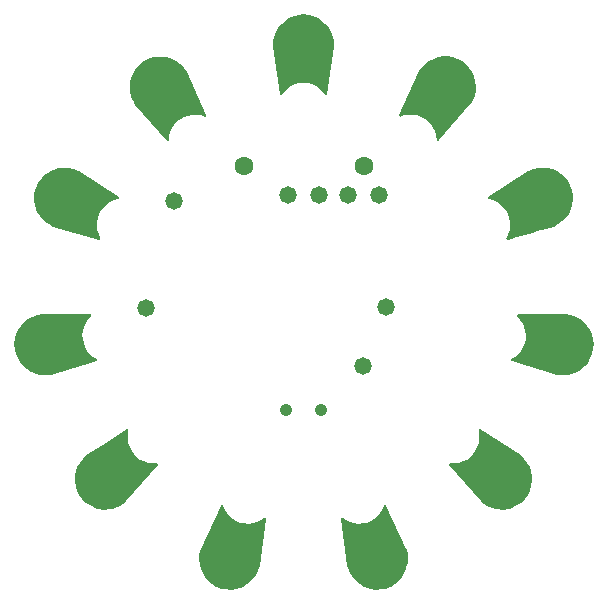
<source format=gbr>
G04 EAGLE Gerber RS-274X export*
G75*
%MOMM*%
%FSLAX34Y34*%
%LPD*%
%INSoldermask Bottom*%
%IPPOS*%
%AMOC8*
5,1,8,0,0,1.08239X$1,22.5*%
G01*
%ADD10C,4.267200*%
%ADD11C,1.603200*%
%ADD12C,1.053200*%
%ADD13C,1.473200*%

G36*
X-18877Y180002D02*
X-18877Y180002D01*
X-18735Y180020D01*
X-18734Y180021D01*
X-18732Y180021D01*
X-18607Y180075D01*
X-18474Y180132D01*
X-18472Y180133D01*
X-18471Y180134D01*
X-18458Y180145D01*
X-18254Y180312D01*
X-18236Y180337D01*
X-18217Y180354D01*
X-15908Y183150D01*
X-13244Y185489D01*
X-10242Y187373D01*
X-6977Y188755D01*
X-3534Y189598D01*
X0Y189882D01*
X3534Y189598D01*
X6977Y188755D01*
X10242Y187373D01*
X13244Y185489D01*
X15908Y183150D01*
X18217Y180354D01*
X18219Y180352D01*
X18220Y180351D01*
X18324Y180256D01*
X18427Y180162D01*
X18429Y180161D01*
X18430Y180160D01*
X18560Y180096D01*
X18682Y180036D01*
X18684Y180036D01*
X18685Y180035D01*
X18826Y180010D01*
X18962Y179985D01*
X18964Y179986D01*
X18965Y179985D01*
X19102Y180000D01*
X19244Y180015D01*
X19246Y180015D01*
X19248Y180016D01*
X19376Y180068D01*
X19508Y180121D01*
X19510Y180122D01*
X19511Y180123D01*
X19619Y180208D01*
X19732Y180296D01*
X19733Y180298D01*
X19734Y180299D01*
X19815Y180412D01*
X19898Y180527D01*
X19899Y180529D01*
X19900Y180530D01*
X19906Y180547D01*
X19994Y180794D01*
X19996Y180825D01*
X20004Y180849D01*
X26004Y220849D01*
X26005Y220982D01*
X26013Y221060D01*
X25777Y225055D01*
X25759Y225147D01*
X25756Y225213D01*
X24898Y229122D01*
X24865Y229210D01*
X24851Y229274D01*
X23392Y233001D01*
X23347Y233082D01*
X23323Y233144D01*
X21299Y236597D01*
X21241Y236670D01*
X21208Y236728D01*
X18669Y239821D01*
X18600Y239885D01*
X18559Y239936D01*
X15567Y242594D01*
X15489Y242646D01*
X15440Y242691D01*
X12069Y244848D01*
X11984Y244887D01*
X11929Y244923D01*
X8262Y246527D01*
X8172Y246552D01*
X8112Y246579D01*
X4239Y247590D01*
X4146Y247601D01*
X4082Y247618D01*
X100Y248010D01*
X9Y248007D01*
X-43Y248007D01*
X-100Y248010D01*
X-4082Y247618D01*
X-4173Y247596D01*
X-4239Y247590D01*
X-8112Y246580D01*
X-8198Y246544D01*
X-8262Y246527D01*
X-11929Y244924D01*
X-12009Y244874D01*
X-12069Y244848D01*
X-15440Y242691D01*
X-15511Y242630D01*
X-15567Y242595D01*
X-18559Y239936D01*
X-18619Y239865D01*
X-18669Y239821D01*
X-21208Y236728D01*
X-21257Y236648D01*
X-21299Y236597D01*
X-23323Y233144D01*
X-23359Y233058D01*
X-23393Y233001D01*
X-24852Y229274D01*
X-24873Y229183D01*
X-24898Y229122D01*
X-25756Y225213D01*
X-25763Y225120D01*
X-25778Y225055D01*
X-26014Y221060D01*
X-26003Y220928D01*
X-26004Y220849D01*
X-20004Y180849D01*
X-20003Y180848D01*
X-20003Y180846D01*
X-19964Y180715D01*
X-19923Y180577D01*
X-19922Y180575D01*
X-19921Y180573D01*
X-19845Y180456D01*
X-19769Y180338D01*
X-19768Y180336D01*
X-19767Y180335D01*
X-19660Y180242D01*
X-19556Y180150D01*
X-19554Y180149D01*
X-19552Y180148D01*
X-19424Y180089D01*
X-19298Y180030D01*
X-19296Y180029D01*
X-19295Y180028D01*
X-19155Y180007D01*
X-19017Y179985D01*
X-19016Y179985D01*
X-19014Y179985D01*
X-18877Y180002D01*
G37*
G36*
X-61523Y-238957D02*
X-61523Y-238957D01*
X-61457Y-238959D01*
X-57488Y-238449D01*
X-57398Y-238424D01*
X-57332Y-238417D01*
X-53491Y-237292D01*
X-53406Y-237253D01*
X-53342Y-237235D01*
X-49725Y-235523D01*
X-49647Y-235472D01*
X-49586Y-235444D01*
X-46281Y-233187D01*
X-46212Y-233124D01*
X-46157Y-233088D01*
X-43245Y-230342D01*
X-43187Y-230269D01*
X-43138Y-230224D01*
X-40692Y-227056D01*
X-40646Y-226975D01*
X-40605Y-226923D01*
X-38685Y-223412D01*
X-38652Y-223324D01*
X-38619Y-223266D01*
X-37272Y-219498D01*
X-37245Y-219368D01*
X-37222Y-219293D01*
X-31754Y-179217D01*
X-31754Y-179215D01*
X-31753Y-179213D01*
X-31754Y-179074D01*
X-31755Y-178933D01*
X-31756Y-178931D01*
X-31756Y-178929D01*
X-31796Y-178794D01*
X-31835Y-178660D01*
X-31836Y-178658D01*
X-31837Y-178656D01*
X-31914Y-178536D01*
X-31988Y-178420D01*
X-31989Y-178419D01*
X-31990Y-178417D01*
X-32098Y-178323D01*
X-32201Y-178232D01*
X-32203Y-178231D01*
X-32204Y-178230D01*
X-32332Y-178170D01*
X-32458Y-178110D01*
X-32460Y-178110D01*
X-32462Y-178109D01*
X-32598Y-178088D01*
X-32739Y-178065D01*
X-32741Y-178065D01*
X-32742Y-178065D01*
X-32884Y-178082D01*
X-33021Y-178099D01*
X-33023Y-178099D01*
X-33025Y-178100D01*
X-33042Y-178107D01*
X-33283Y-178209D01*
X-33307Y-178229D01*
X-33330Y-178240D01*
X-36331Y-180276D01*
X-39544Y-181773D01*
X-42955Y-182739D01*
X-46476Y-183148D01*
X-50018Y-182991D01*
X-53489Y-182272D01*
X-56801Y-181008D01*
X-59869Y-179232D01*
X-62615Y-176990D01*
X-64968Y-174338D01*
X-66868Y-171346D01*
X-68299Y-168014D01*
X-68300Y-168012D01*
X-68301Y-168010D01*
X-68375Y-167890D01*
X-68447Y-167771D01*
X-68449Y-167769D01*
X-68450Y-167768D01*
X-68553Y-167673D01*
X-68656Y-167578D01*
X-68658Y-167577D01*
X-68659Y-167576D01*
X-68784Y-167514D01*
X-68911Y-167451D01*
X-68913Y-167451D01*
X-68914Y-167450D01*
X-69054Y-167425D01*
X-69190Y-167400D01*
X-69192Y-167400D01*
X-69194Y-167400D01*
X-69336Y-167414D01*
X-69473Y-167428D01*
X-69475Y-167429D01*
X-69477Y-167429D01*
X-69610Y-167483D01*
X-69737Y-167534D01*
X-69739Y-167535D01*
X-69741Y-167535D01*
X-69853Y-167623D01*
X-69962Y-167708D01*
X-69963Y-167710D01*
X-69964Y-167711D01*
X-69975Y-167726D01*
X-70129Y-167938D01*
X-70139Y-167967D01*
X-70154Y-167988D01*
X-87139Y-204696D01*
X-87178Y-204823D01*
X-87207Y-204896D01*
X-88102Y-208796D01*
X-88110Y-208890D01*
X-88125Y-208954D01*
X-88399Y-212947D01*
X-88392Y-213040D01*
X-88397Y-213106D01*
X-88043Y-217092D01*
X-88022Y-217183D01*
X-88017Y-217249D01*
X-87043Y-221131D01*
X-87008Y-221218D01*
X-86992Y-221282D01*
X-85424Y-224964D01*
X-85375Y-225044D01*
X-85350Y-225105D01*
X-83225Y-228497D01*
X-83164Y-228568D01*
X-83130Y-228624D01*
X-80500Y-231641D01*
X-80429Y-231703D01*
X-80386Y-231753D01*
X-77317Y-234321D01*
X-77238Y-234371D01*
X-77187Y-234414D01*
X-73754Y-236471D01*
X-73668Y-236507D01*
X-73612Y-236541D01*
X-69899Y-238036D01*
X-69780Y-238065D01*
X-69708Y-238092D01*
X-65775Y-238833D01*
X-65682Y-238837D01*
X-65617Y-238850D01*
X-61616Y-238967D01*
X-61523Y-238957D01*
G37*
G36*
X65617Y-238850D02*
X65617Y-238850D01*
X65709Y-238834D01*
X65775Y-238833D01*
X69708Y-238092D01*
X69824Y-238052D01*
X69899Y-238036D01*
X73612Y-236542D01*
X73693Y-236495D01*
X73754Y-236471D01*
X77188Y-234414D01*
X77260Y-234355D01*
X77317Y-234322D01*
X80387Y-231753D01*
X80449Y-231684D01*
X80500Y-231642D01*
X83130Y-228625D01*
X83181Y-228546D01*
X83225Y-228497D01*
X85350Y-225106D01*
X85388Y-225020D01*
X85424Y-224964D01*
X86993Y-221282D01*
X87017Y-221192D01*
X87044Y-221131D01*
X88017Y-217249D01*
X88027Y-217157D01*
X88044Y-217092D01*
X88398Y-213106D01*
X88393Y-213013D01*
X88399Y-212947D01*
X88126Y-208954D01*
X88106Y-208862D01*
X88102Y-208796D01*
X87207Y-204896D01*
X87160Y-204772D01*
X87139Y-204696D01*
X70154Y-167988D01*
X70153Y-167986D01*
X70152Y-167985D01*
X70077Y-167869D01*
X69999Y-167749D01*
X69998Y-167748D01*
X69997Y-167746D01*
X69891Y-167655D01*
X69785Y-167563D01*
X69783Y-167562D01*
X69782Y-167561D01*
X69653Y-167501D01*
X69527Y-167443D01*
X69525Y-167443D01*
X69523Y-167442D01*
X69385Y-167421D01*
X69246Y-167399D01*
X69244Y-167399D01*
X69242Y-167399D01*
X69102Y-167417D01*
X68964Y-167435D01*
X68962Y-167436D01*
X68960Y-167436D01*
X68829Y-167493D01*
X68703Y-167548D01*
X68702Y-167549D01*
X68700Y-167550D01*
X68591Y-167640D01*
X68484Y-167729D01*
X68483Y-167730D01*
X68481Y-167731D01*
X68471Y-167747D01*
X68323Y-167963D01*
X68313Y-167992D01*
X68299Y-168014D01*
X66868Y-171346D01*
X64968Y-174338D01*
X62615Y-176990D01*
X59869Y-179232D01*
X56801Y-181008D01*
X53489Y-182272D01*
X50018Y-182991D01*
X46476Y-183148D01*
X42955Y-182739D01*
X39544Y-181773D01*
X36331Y-180276D01*
X33330Y-178240D01*
X33328Y-178239D01*
X33327Y-178237D01*
X33200Y-178176D01*
X33074Y-178114D01*
X33073Y-178114D01*
X33071Y-178113D01*
X32932Y-178089D01*
X32794Y-178065D01*
X32793Y-178065D01*
X32791Y-178065D01*
X32654Y-178080D01*
X32512Y-178095D01*
X32510Y-178096D01*
X32508Y-178096D01*
X32381Y-178148D01*
X32249Y-178202D01*
X32247Y-178204D01*
X32245Y-178204D01*
X32137Y-178290D01*
X32025Y-178379D01*
X32024Y-178380D01*
X32023Y-178381D01*
X31942Y-178496D01*
X31860Y-178610D01*
X31859Y-178611D01*
X31858Y-178613D01*
X31812Y-178745D01*
X31765Y-178878D01*
X31765Y-178880D01*
X31764Y-178881D01*
X31763Y-178899D01*
X31748Y-179161D01*
X31755Y-179192D01*
X31754Y-179217D01*
X37222Y-219293D01*
X37258Y-219421D01*
X37272Y-219498D01*
X38619Y-223266D01*
X38663Y-223349D01*
X38685Y-223411D01*
X40605Y-226923D01*
X40661Y-226997D01*
X40692Y-227056D01*
X43139Y-230223D01*
X43206Y-230289D01*
X43246Y-230341D01*
X46157Y-233087D01*
X46234Y-233141D01*
X46281Y-233187D01*
X49587Y-235444D01*
X49671Y-235485D01*
X49725Y-235523D01*
X53342Y-237235D01*
X53432Y-237262D01*
X53491Y-237291D01*
X57332Y-238416D01*
X57424Y-238430D01*
X57488Y-238449D01*
X61457Y-238959D01*
X61551Y-238958D01*
X61616Y-238967D01*
X65617Y-238850D01*
G37*
G36*
X-165025Y-171047D02*
X-165025Y-171047D01*
X-164933Y-171031D01*
X-164867Y-171030D01*
X-160932Y-170299D01*
X-160843Y-170270D01*
X-160778Y-170258D01*
X-157006Y-168921D01*
X-156923Y-168877D01*
X-156861Y-168856D01*
X-153344Y-166945D01*
X-153269Y-166889D01*
X-153211Y-166858D01*
X-150037Y-164421D01*
X-149944Y-164326D01*
X-149884Y-164276D01*
X-123578Y-133551D01*
X-123577Y-133549D01*
X-123576Y-133548D01*
X-123503Y-133433D01*
X-123425Y-133311D01*
X-123425Y-133309D01*
X-123424Y-133308D01*
X-123383Y-133169D01*
X-123345Y-133038D01*
X-123345Y-133037D01*
X-123344Y-133035D01*
X-123344Y-132890D01*
X-123343Y-132754D01*
X-123344Y-132752D01*
X-123344Y-132750D01*
X-123383Y-132614D01*
X-123420Y-132481D01*
X-123421Y-132479D01*
X-123422Y-132477D01*
X-123494Y-132362D01*
X-123571Y-132239D01*
X-123572Y-132238D01*
X-123573Y-132236D01*
X-123678Y-132142D01*
X-123782Y-132049D01*
X-123783Y-132048D01*
X-123785Y-132047D01*
X-123911Y-131986D01*
X-124037Y-131924D01*
X-124039Y-131924D01*
X-124041Y-131923D01*
X-124058Y-131921D01*
X-124317Y-131876D01*
X-124348Y-131879D01*
X-124373Y-131876D01*
X-127999Y-131961D01*
X-131511Y-131479D01*
X-134901Y-130443D01*
X-138083Y-128880D01*
X-140975Y-126830D01*
X-143502Y-124345D01*
X-145602Y-121488D01*
X-147219Y-118333D01*
X-148312Y-114961D01*
X-148854Y-111458D01*
X-148830Y-107913D01*
X-148566Y-106346D01*
X-148566Y-106345D01*
X-148396Y-105330D01*
X-148395Y-105330D01*
X-148228Y-104337D01*
X-148228Y-104335D01*
X-148228Y-104333D01*
X-148225Y-104197D01*
X-148221Y-104052D01*
X-148221Y-104051D01*
X-148221Y-104049D01*
X-148257Y-103915D01*
X-148292Y-103777D01*
X-148293Y-103776D01*
X-148294Y-103774D01*
X-148366Y-103654D01*
X-148437Y-103533D01*
X-148439Y-103532D01*
X-148440Y-103530D01*
X-148543Y-103434D01*
X-148645Y-103338D01*
X-148646Y-103337D01*
X-148648Y-103336D01*
X-148776Y-103271D01*
X-148898Y-103209D01*
X-148899Y-103208D01*
X-148901Y-103207D01*
X-149039Y-103181D01*
X-149177Y-103154D01*
X-149179Y-103154D01*
X-149180Y-103154D01*
X-149320Y-103167D01*
X-149460Y-103179D01*
X-149462Y-103180D01*
X-149464Y-103180D01*
X-149480Y-103187D01*
X-149725Y-103282D01*
X-149750Y-103301D01*
X-149773Y-103311D01*
X-154542Y-106334D01*
X-167356Y-114456D01*
X-183935Y-124965D01*
X-184037Y-125051D01*
X-184101Y-125096D01*
X-186966Y-127890D01*
X-187023Y-127964D01*
X-187071Y-128010D01*
X-189464Y-131218D01*
X-189509Y-131300D01*
X-189549Y-131352D01*
X-191410Y-134895D01*
X-191442Y-134983D01*
X-191473Y-135042D01*
X-192758Y-138832D01*
X-192775Y-138924D01*
X-192797Y-138986D01*
X-192887Y-139513D01*
X-193061Y-140528D01*
X-193061Y-140529D01*
X-193235Y-141544D01*
X-193409Y-142559D01*
X-193473Y-142931D01*
X-193476Y-143024D01*
X-193487Y-143090D01*
X-193538Y-147091D01*
X-193526Y-147184D01*
X-193527Y-147250D01*
X-192951Y-151211D01*
X-192925Y-151301D01*
X-192916Y-151366D01*
X-191728Y-155188D01*
X-191695Y-155257D01*
X-191683Y-155301D01*
X-191675Y-155316D01*
X-191669Y-155336D01*
X-189897Y-158924D01*
X-189844Y-159001D01*
X-189816Y-159061D01*
X-187504Y-162329D01*
X-187420Y-162418D01*
X-187374Y-162479D01*
X-184470Y-165233D01*
X-184394Y-165287D01*
X-184346Y-165333D01*
X-181047Y-167598D01*
X-180963Y-167640D01*
X-180909Y-167678D01*
X-177296Y-169399D01*
X-177207Y-169427D01*
X-177147Y-169456D01*
X-173309Y-170591D01*
X-173217Y-170605D01*
X-173153Y-170624D01*
X-169185Y-171145D01*
X-169092Y-171144D01*
X-169026Y-171153D01*
X-165025Y-171047D01*
G37*
G36*
X-172816Y57067D02*
X-172816Y57067D01*
X-172814Y57067D01*
X-172675Y57087D01*
X-172537Y57107D01*
X-172535Y57108D01*
X-172533Y57108D01*
X-172404Y57167D01*
X-172278Y57224D01*
X-172276Y57225D01*
X-172275Y57226D01*
X-172168Y57317D01*
X-172061Y57408D01*
X-172060Y57410D01*
X-172059Y57411D01*
X-171983Y57525D01*
X-171904Y57645D01*
X-171904Y57647D01*
X-171902Y57648D01*
X-171861Y57781D01*
X-171819Y57916D01*
X-171819Y57918D01*
X-171818Y57920D01*
X-171816Y58059D01*
X-171812Y58200D01*
X-171813Y58202D01*
X-171813Y58204D01*
X-171818Y58221D01*
X-171885Y58475D01*
X-171901Y58502D01*
X-171908Y58526D01*
X-173495Y61787D01*
X-174519Y65181D01*
X-174988Y68695D01*
X-174891Y72238D01*
X-174231Y75721D01*
X-173023Y79054D01*
X-171300Y82152D01*
X-169105Y84936D01*
X-166494Y87334D01*
X-163534Y89285D01*
X-160301Y90739D01*
X-156799Y91680D01*
X-156797Y91681D01*
X-156795Y91681D01*
X-156666Y91736D01*
X-156537Y91791D01*
X-156536Y91793D01*
X-156534Y91793D01*
X-156427Y91881D01*
X-156317Y91971D01*
X-156316Y91973D01*
X-156314Y91974D01*
X-156234Y92090D01*
X-156155Y92205D01*
X-156154Y92206D01*
X-156153Y92208D01*
X-156109Y92340D01*
X-156064Y92474D01*
X-156064Y92476D01*
X-156064Y92478D01*
X-156058Y92617D01*
X-156052Y92758D01*
X-156052Y92760D01*
X-156052Y92762D01*
X-156085Y92896D01*
X-156118Y93034D01*
X-156119Y93036D01*
X-156120Y93038D01*
X-156189Y93159D01*
X-156259Y93281D01*
X-156261Y93283D01*
X-156262Y93284D01*
X-156275Y93297D01*
X-156463Y93480D01*
X-156490Y93494D01*
X-156509Y93511D01*
X-190419Y115559D01*
X-190539Y115615D01*
X-190607Y115655D01*
X-194340Y117097D01*
X-194431Y117118D01*
X-194493Y117142D01*
X-198406Y117983D01*
X-198499Y117989D01*
X-198563Y118004D01*
X-202560Y118222D01*
X-202653Y118214D01*
X-202719Y118218D01*
X-206700Y117808D01*
X-206791Y117786D01*
X-206857Y117779D01*
X-210725Y116752D01*
X-210811Y116715D01*
X-210875Y116699D01*
X-214534Y115079D01*
X-214614Y115030D01*
X-214675Y115003D01*
X-218036Y112831D01*
X-218106Y112770D01*
X-218162Y112734D01*
X-221142Y110063D01*
X-221203Y109991D01*
X-221252Y109948D01*
X-223778Y106843D01*
X-223826Y106763D01*
X-223868Y106712D01*
X-225877Y103250D01*
X-225890Y103217D01*
X-225907Y103192D01*
X-225927Y103129D01*
X-225959Y103069D01*
X-227254Y99282D01*
X-227272Y99190D01*
X-227294Y99128D01*
X-227980Y95185D01*
X-227983Y95092D01*
X-227995Y95027D01*
X-228056Y91025D01*
X-228044Y90932D01*
X-228046Y90866D01*
X-227481Y86904D01*
X-227455Y86814D01*
X-227446Y86748D01*
X-226267Y82924D01*
X-226228Y82839D01*
X-226209Y82776D01*
X-224447Y79182D01*
X-224394Y79105D01*
X-224365Y79045D01*
X-222063Y75772D01*
X-222041Y75748D01*
X-222024Y75720D01*
X-221985Y75684D01*
X-221961Y75649D01*
X-219175Y72776D01*
X-219101Y72719D01*
X-219055Y72671D01*
X-215854Y70269D01*
X-215772Y70224D01*
X-215720Y70184D01*
X-212182Y68312D01*
X-212057Y68267D01*
X-211986Y68234D01*
X-173100Y57106D01*
X-173098Y57105D01*
X-173096Y57105D01*
X-172957Y57086D01*
X-172818Y57067D01*
X-172816Y57067D01*
G37*
G36*
X-218182Y-57418D02*
X-218182Y-57418D01*
X-218116Y-57423D01*
X-214128Y-57087D01*
X-213999Y-57057D01*
X-213921Y-57047D01*
X-175186Y-45403D01*
X-175184Y-45403D01*
X-175182Y-45402D01*
X-175057Y-45344D01*
X-174928Y-45284D01*
X-174926Y-45283D01*
X-174925Y-45282D01*
X-174819Y-45190D01*
X-174713Y-45098D01*
X-174712Y-45097D01*
X-174710Y-45095D01*
X-174633Y-44976D01*
X-174558Y-44860D01*
X-174557Y-44858D01*
X-174556Y-44856D01*
X-174515Y-44719D01*
X-174475Y-44588D01*
X-174475Y-44586D01*
X-174474Y-44584D01*
X-174473Y-44444D01*
X-174471Y-44304D01*
X-174471Y-44302D01*
X-174471Y-44300D01*
X-174507Y-44173D01*
X-174546Y-44029D01*
X-174547Y-44028D01*
X-174547Y-44026D01*
X-174618Y-43910D01*
X-174694Y-43787D01*
X-174695Y-43785D01*
X-174696Y-43784D01*
X-174709Y-43773D01*
X-174903Y-43594D01*
X-174931Y-43581D01*
X-174950Y-43564D01*
X-178047Y-41678D01*
X-180742Y-39375D01*
X-183036Y-36671D01*
X-184868Y-33637D01*
X-186194Y-30349D01*
X-186979Y-26892D01*
X-187202Y-23354D01*
X-186859Y-19826D01*
X-185957Y-16397D01*
X-184520Y-13157D01*
X-182585Y-10186D01*
X-180147Y-7502D01*
X-180145Y-7501D01*
X-180144Y-7499D01*
X-180066Y-7383D01*
X-179987Y-7267D01*
X-179986Y-7265D01*
X-179985Y-7264D01*
X-179942Y-7131D01*
X-179898Y-6997D01*
X-179898Y-6995D01*
X-179898Y-6993D01*
X-179893Y-6853D01*
X-179888Y-6713D01*
X-179889Y-6711D01*
X-179889Y-6709D01*
X-179923Y-6574D01*
X-179958Y-6437D01*
X-179959Y-6435D01*
X-179959Y-6434D01*
X-180028Y-6317D01*
X-180100Y-6191D01*
X-180102Y-6190D01*
X-180103Y-6188D01*
X-180201Y-6095D01*
X-180306Y-5995D01*
X-180308Y-5994D01*
X-180309Y-5993D01*
X-180434Y-5928D01*
X-180558Y-5863D01*
X-180560Y-5863D01*
X-180561Y-5862D01*
X-180579Y-5859D01*
X-180836Y-5806D01*
X-180867Y-5809D01*
X-180892Y-5804D01*
X-221339Y-5571D01*
X-221470Y-5589D01*
X-221549Y-5592D01*
X-225469Y-6395D01*
X-225557Y-6426D01*
X-225622Y-6439D01*
X-229369Y-7846D01*
X-229451Y-7891D01*
X-229513Y-7913D01*
X-232994Y-9889D01*
X-233068Y-9946D01*
X-233126Y-9978D01*
X-236254Y-12474D01*
X-236319Y-12542D01*
X-236371Y-12583D01*
X-239071Y-15537D01*
X-239123Y-15614D01*
X-239169Y-15663D01*
X-241373Y-19003D01*
X-241413Y-19087D01*
X-241450Y-19142D01*
X-243105Y-22786D01*
X-243131Y-22876D01*
X-243159Y-22936D01*
X-244224Y-26794D01*
X-244236Y-26887D01*
X-244254Y-26950D01*
X-244702Y-30927D01*
X-244699Y-31021D01*
X-244707Y-31086D01*
X-244528Y-35084D01*
X-244508Y-35186D01*
X-244509Y-35207D01*
X-244503Y-35231D01*
X-244499Y-35281D01*
X-243543Y-39168D01*
X-243508Y-39254D01*
X-243493Y-39319D01*
X-241940Y-43008D01*
X-241892Y-43088D01*
X-241867Y-43149D01*
X-239757Y-46550D01*
X-239697Y-46621D01*
X-239662Y-46678D01*
X-237046Y-49707D01*
X-236975Y-49768D01*
X-236933Y-49819D01*
X-233875Y-52400D01*
X-233796Y-52450D01*
X-233745Y-52493D01*
X-230321Y-54565D01*
X-230235Y-54602D01*
X-230179Y-54637D01*
X-226473Y-56147D01*
X-226382Y-56170D01*
X-226321Y-56196D01*
X-222424Y-57108D01*
X-222331Y-57117D01*
X-222267Y-57132D01*
X-218275Y-57424D01*
X-218182Y-57418D01*
G37*
G36*
X169119Y-171142D02*
X169119Y-171142D01*
X169185Y-171145D01*
X173153Y-170624D01*
X173243Y-170599D01*
X173309Y-170591D01*
X177147Y-169456D01*
X177232Y-169417D01*
X177296Y-169399D01*
X180909Y-167678D01*
X180986Y-167626D01*
X181047Y-167598D01*
X184346Y-165333D01*
X184415Y-165269D01*
X184470Y-165232D01*
X187374Y-162479D01*
X187451Y-162383D01*
X187504Y-162329D01*
X189816Y-159061D01*
X189858Y-158978D01*
X189897Y-158924D01*
X191669Y-155336D01*
X191698Y-155247D01*
X191728Y-155188D01*
X192916Y-151366D01*
X192931Y-151274D01*
X192952Y-151211D01*
X193528Y-147250D01*
X193528Y-147157D01*
X193538Y-147091D01*
X193488Y-143090D01*
X193473Y-142997D01*
X193473Y-142931D01*
X192797Y-138986D01*
X192769Y-138897D01*
X192758Y-138832D01*
X191474Y-135041D01*
X191431Y-134958D01*
X191411Y-134895D01*
X189549Y-131352D01*
X189494Y-131276D01*
X189464Y-131218D01*
X187071Y-128010D01*
X187005Y-127943D01*
X186966Y-127890D01*
X184101Y-125096D01*
X183994Y-125017D01*
X183935Y-124965D01*
X149773Y-103311D01*
X149771Y-103310D01*
X149770Y-103309D01*
X149645Y-103253D01*
X149514Y-103194D01*
X149512Y-103193D01*
X149510Y-103192D01*
X149373Y-103173D01*
X149232Y-103153D01*
X149231Y-103153D01*
X149229Y-103153D01*
X149091Y-103172D01*
X148951Y-103192D01*
X148949Y-103193D01*
X148947Y-103193D01*
X148819Y-103251D01*
X148691Y-103307D01*
X148690Y-103309D01*
X148688Y-103309D01*
X148578Y-103402D01*
X148474Y-103490D01*
X148472Y-103492D01*
X148471Y-103493D01*
X148391Y-103613D01*
X148315Y-103726D01*
X148315Y-103728D01*
X148314Y-103730D01*
X148270Y-103868D01*
X148229Y-103997D01*
X148229Y-103999D01*
X148228Y-104001D01*
X148228Y-104020D01*
X148220Y-104281D01*
X148228Y-104311D01*
X148228Y-104337D01*
X148830Y-107913D01*
X148854Y-111458D01*
X148312Y-114961D01*
X147219Y-118333D01*
X145602Y-121488D01*
X143502Y-124345D01*
X140975Y-126830D01*
X138083Y-128880D01*
X134901Y-130443D01*
X131511Y-131479D01*
X127999Y-131961D01*
X124373Y-131876D01*
X124371Y-131876D01*
X124369Y-131875D01*
X124231Y-131892D01*
X124091Y-131909D01*
X124089Y-131909D01*
X124087Y-131910D01*
X123959Y-131964D01*
X123829Y-132019D01*
X123827Y-132020D01*
X123826Y-132021D01*
X123714Y-132111D01*
X123608Y-132197D01*
X123606Y-132199D01*
X123605Y-132200D01*
X123523Y-132317D01*
X123444Y-132430D01*
X123444Y-132432D01*
X123443Y-132434D01*
X123398Y-132566D01*
X123352Y-132699D01*
X123352Y-132701D01*
X123351Y-132703D01*
X123345Y-132845D01*
X123338Y-132983D01*
X123339Y-132985D01*
X123339Y-132987D01*
X123371Y-133124D01*
X123403Y-133260D01*
X123404Y-133261D01*
X123405Y-133263D01*
X123414Y-133278D01*
X123543Y-133507D01*
X123565Y-133529D01*
X123578Y-133551D01*
X149884Y-164276D01*
X149983Y-164363D01*
X150037Y-164421D01*
X153211Y-166858D01*
X153277Y-166895D01*
X153290Y-166907D01*
X153310Y-166917D01*
X153344Y-166945D01*
X156861Y-168856D01*
X156948Y-168888D01*
X157006Y-168920D01*
X160778Y-170258D01*
X160870Y-170276D01*
X160932Y-170299D01*
X164867Y-171030D01*
X164960Y-171034D01*
X165025Y-171047D01*
X169026Y-171153D01*
X169119Y-171142D01*
G37*
G36*
X172784Y57170D02*
X172784Y57170D01*
X173046Y57192D01*
X173075Y57203D01*
X173100Y57206D01*
X176650Y58222D01*
X180198Y59237D01*
X183745Y60252D01*
X183746Y60252D01*
X187293Y61267D01*
X190841Y62283D01*
X194389Y63298D01*
X197937Y64313D01*
X201484Y65328D01*
X205032Y66344D01*
X208580Y67359D01*
X211986Y68334D01*
X212108Y68388D01*
X212182Y68412D01*
X215719Y70284D01*
X215795Y70339D01*
X215854Y70369D01*
X219055Y72771D01*
X219122Y72837D01*
X219175Y72876D01*
X221961Y75749D01*
X221974Y75767D01*
X221990Y75781D01*
X222027Y75836D01*
X222063Y75872D01*
X224365Y79145D01*
X224408Y79229D01*
X224446Y79282D01*
X226208Y82876D01*
X226237Y82965D01*
X226267Y83024D01*
X227445Y86849D01*
X227460Y86941D01*
X227480Y87004D01*
X228046Y90966D01*
X228046Y91059D01*
X228056Y91125D01*
X227995Y95127D01*
X227980Y95219D01*
X227980Y95285D01*
X227294Y99228D01*
X227265Y99317D01*
X227254Y99382D01*
X225959Y103169D01*
X225936Y103215D01*
X225929Y103244D01*
X225897Y103298D01*
X225877Y103350D01*
X223868Y106812D01*
X223811Y106885D01*
X223778Y106943D01*
X221252Y110048D01*
X221184Y110111D01*
X221142Y110163D01*
X218162Y112835D01*
X218085Y112887D01*
X218036Y112931D01*
X214675Y115104D01*
X214590Y115143D01*
X214535Y115179D01*
X210875Y116799D01*
X210785Y116825D01*
X210725Y116852D01*
X206857Y117880D01*
X206764Y117891D01*
X206700Y117908D01*
X202719Y118318D01*
X202625Y118315D01*
X202560Y118322D01*
X198563Y118104D01*
X198472Y118086D01*
X198406Y118083D01*
X194493Y117243D01*
X194405Y117210D01*
X194340Y117197D01*
X190607Y115755D01*
X190491Y115690D01*
X190419Y115659D01*
X156509Y93611D01*
X156507Y93610D01*
X156506Y93609D01*
X156398Y93515D01*
X156295Y93425D01*
X156294Y93423D01*
X156292Y93422D01*
X156216Y93303D01*
X156140Y93186D01*
X156140Y93184D01*
X156139Y93182D01*
X156100Y93050D01*
X156059Y92913D01*
X156059Y92912D01*
X156058Y92910D01*
X156057Y92770D01*
X156055Y92629D01*
X156056Y92627D01*
X156056Y92625D01*
X156094Y92488D01*
X156131Y92355D01*
X156132Y92354D01*
X156133Y92352D01*
X156208Y92230D01*
X156280Y92113D01*
X156282Y92112D01*
X156283Y92110D01*
X156386Y92017D01*
X156490Y91922D01*
X156492Y91921D01*
X156493Y91919D01*
X156510Y91912D01*
X156745Y91796D01*
X156776Y91790D01*
X156799Y91780D01*
X160301Y90839D01*
X163534Y89385D01*
X166494Y87434D01*
X169105Y85036D01*
X171300Y82252D01*
X173023Y79154D01*
X174231Y75821D01*
X174891Y72338D01*
X174988Y68795D01*
X174519Y65281D01*
X173495Y61887D01*
X171908Y58626D01*
X171907Y58624D01*
X171906Y58623D01*
X171864Y58491D01*
X171820Y58356D01*
X171820Y58354D01*
X171820Y58352D01*
X171816Y58213D01*
X171811Y58071D01*
X171812Y58070D01*
X171812Y58068D01*
X171846Y57934D01*
X171881Y57796D01*
X171882Y57794D01*
X171883Y57792D01*
X171956Y57670D01*
X172025Y57551D01*
X172027Y57549D01*
X172028Y57548D01*
X172131Y57451D01*
X172231Y57355D01*
X172233Y57354D01*
X172235Y57353D01*
X172357Y57290D01*
X172484Y57224D01*
X172486Y57224D01*
X172487Y57223D01*
X172623Y57196D01*
X172762Y57168D01*
X172764Y57168D01*
X172766Y57168D01*
X172784Y57170D01*
G37*
G36*
X-115087Y140805D02*
X-115087Y140805D01*
X-114947Y140823D01*
X-114945Y140824D01*
X-114943Y140824D01*
X-114817Y140880D01*
X-114686Y140937D01*
X-114685Y140939D01*
X-114683Y140939D01*
X-114577Y141028D01*
X-114468Y141119D01*
X-114467Y141121D01*
X-114465Y141122D01*
X-114388Y141237D01*
X-114308Y141355D01*
X-114308Y141356D01*
X-114307Y141358D01*
X-114301Y141375D01*
X-114220Y141625D01*
X-114219Y141656D01*
X-114212Y141680D01*
X-113780Y145281D01*
X-112802Y148688D01*
X-111293Y151896D01*
X-109292Y154822D01*
X-106850Y157392D01*
X-104030Y159540D01*
X-100903Y161210D01*
X-97550Y162361D01*
X-94056Y162962D01*
X-90511Y162998D01*
X-87006Y162469D01*
X-83552Y161363D01*
X-83550Y161363D01*
X-83549Y161362D01*
X-83408Y161339D01*
X-83272Y161315D01*
X-83270Y161316D01*
X-83268Y161315D01*
X-83127Y161332D01*
X-82990Y161347D01*
X-82988Y161348D01*
X-82986Y161348D01*
X-82858Y161402D01*
X-82727Y161456D01*
X-82725Y161457D01*
X-82724Y161458D01*
X-82616Y161544D01*
X-82505Y161633D01*
X-82503Y161635D01*
X-82502Y161636D01*
X-82422Y161749D01*
X-82340Y161865D01*
X-82340Y161867D01*
X-82339Y161868D01*
X-82293Y162000D01*
X-82247Y162133D01*
X-82247Y162135D01*
X-82246Y162137D01*
X-82239Y162274D01*
X-82231Y162417D01*
X-82232Y162419D01*
X-82231Y162421D01*
X-82236Y162439D01*
X-82295Y162694D01*
X-82310Y162721D01*
X-82316Y162746D01*
X-98877Y199648D01*
X-98948Y199760D01*
X-98983Y199830D01*
X-101340Y203064D01*
X-101405Y203131D01*
X-101443Y203185D01*
X-104277Y206011D01*
X-104352Y206067D01*
X-104398Y206115D01*
X-107639Y208463D01*
X-107722Y208506D01*
X-107775Y208546D01*
X-111344Y210358D01*
X-111432Y210388D01*
X-111491Y210418D01*
X-115299Y211650D01*
X-115391Y211666D01*
X-115454Y211687D01*
X-119407Y212308D01*
X-119501Y212309D01*
X-119566Y212320D01*
X-123568Y212315D01*
X-123661Y212302D01*
X-123727Y212302D01*
X-127679Y211671D01*
X-127768Y211643D01*
X-127834Y211634D01*
X-131639Y210392D01*
X-131723Y210351D01*
X-131786Y210331D01*
X-135349Y208509D01*
X-135450Y208439D01*
X-135517Y208402D01*
X-138656Y205920D01*
X-138721Y205852D01*
X-138773Y205812D01*
X-141486Y202869D01*
X-141539Y202792D01*
X-141585Y202744D01*
X-143804Y199413D01*
X-143844Y199329D01*
X-143881Y199274D01*
X-145552Y195638D01*
X-145579Y195548D01*
X-145607Y195488D01*
X-146689Y191635D01*
X-146701Y191542D01*
X-146719Y191479D01*
X-147185Y187504D01*
X-147183Y187410D01*
X-147191Y187344D01*
X-147029Y183346D01*
X-147024Y183321D01*
X-147024Y183310D01*
X-147017Y183281D01*
X-147012Y183254D01*
X-147010Y183187D01*
X-146224Y179263D01*
X-146193Y179175D01*
X-146181Y179110D01*
X-144791Y175357D01*
X-144746Y175275D01*
X-144724Y175212D01*
X-142764Y171723D01*
X-142707Y171649D01*
X-142692Y171623D01*
X-142680Y171611D01*
X-142642Y171551D01*
X-115984Y141132D01*
X-115982Y141131D01*
X-115981Y141129D01*
X-115871Y141035D01*
X-115768Y140946D01*
X-115766Y140946D01*
X-115765Y140944D01*
X-115633Y140885D01*
X-115510Y140828D01*
X-115508Y140828D01*
X-115506Y140827D01*
X-115366Y140806D01*
X-115229Y140786D01*
X-115227Y140786D01*
X-115225Y140786D01*
X-115087Y140805D01*
G37*
G36*
X114037Y141040D02*
X114037Y141040D01*
X114176Y141054D01*
X114177Y141054D01*
X114179Y141054D01*
X114311Y141107D01*
X114440Y141158D01*
X114442Y141159D01*
X114444Y141159D01*
X114458Y141171D01*
X114666Y141331D01*
X114684Y141356D01*
X114704Y141372D01*
X141362Y171791D01*
X141435Y171902D01*
X141484Y171963D01*
X143444Y175452D01*
X143478Y175540D01*
X143511Y175597D01*
X144900Y179350D01*
X144920Y179441D01*
X144944Y179503D01*
X145729Y183427D01*
X145733Y183486D01*
X145737Y183498D01*
X145738Y183535D01*
X145748Y183586D01*
X145910Y187584D01*
X145901Y187677D01*
X145904Y187744D01*
X145439Y191719D01*
X145415Y191809D01*
X145408Y191875D01*
X144327Y195728D01*
X144289Y195814D01*
X144272Y195878D01*
X142601Y199514D01*
X142551Y199593D01*
X142523Y199653D01*
X140304Y202984D01*
X140242Y203054D01*
X140206Y203109D01*
X137493Y206052D01*
X137421Y206111D01*
X137376Y206160D01*
X134237Y208642D01*
X134131Y208704D01*
X134069Y208749D01*
X130506Y210571D01*
X130417Y210601D01*
X130359Y210632D01*
X126554Y211874D01*
X126462Y211890D01*
X126399Y211911D01*
X122447Y212542D01*
X122354Y212544D01*
X122288Y212555D01*
X118286Y212560D01*
X118194Y212548D01*
X118127Y212548D01*
X114174Y211927D01*
X114084Y211900D01*
X114019Y211890D01*
X110211Y210659D01*
X110127Y210618D01*
X110064Y210598D01*
X106495Y208786D01*
X106418Y208732D01*
X106359Y208703D01*
X103118Y206355D01*
X103051Y206290D01*
X102997Y206252D01*
X100163Y203425D01*
X100107Y203351D01*
X100060Y203304D01*
X97703Y200070D01*
X97640Y199953D01*
X97597Y199888D01*
X81036Y162986D01*
X81036Y162984D01*
X81035Y162982D01*
X80996Y162847D01*
X80957Y162713D01*
X80957Y162711D01*
X80957Y162709D01*
X80957Y162567D01*
X80957Y162428D01*
X80958Y162427D01*
X80958Y162425D01*
X80998Y162287D01*
X81036Y162155D01*
X81037Y162154D01*
X81038Y162152D01*
X81113Y162033D01*
X81187Y161915D01*
X81189Y161913D01*
X81190Y161912D01*
X81295Y161818D01*
X81400Y161725D01*
X81401Y161725D01*
X81403Y161723D01*
X81531Y161662D01*
X81656Y161602D01*
X81658Y161602D01*
X81660Y161601D01*
X81798Y161578D01*
X81936Y161555D01*
X81938Y161555D01*
X81940Y161555D01*
X81958Y161558D01*
X82219Y161588D01*
X82247Y161600D01*
X82272Y161603D01*
X85726Y162709D01*
X89231Y163238D01*
X92776Y163202D01*
X96270Y162601D01*
X99623Y161450D01*
X102750Y159780D01*
X105570Y157632D01*
X108012Y155062D01*
X110013Y152136D01*
X111522Y148928D01*
X112500Y145521D01*
X112932Y141920D01*
X112933Y141918D01*
X112932Y141916D01*
X112969Y141781D01*
X113005Y141645D01*
X113006Y141644D01*
X113007Y141642D01*
X113079Y141522D01*
X113151Y141402D01*
X113153Y141400D01*
X113154Y141399D01*
X113257Y141303D01*
X113360Y141208D01*
X113361Y141207D01*
X113363Y141206D01*
X113486Y141144D01*
X113613Y141080D01*
X113615Y141079D01*
X113617Y141079D01*
X113752Y141054D01*
X113893Y141027D01*
X113895Y141027D01*
X113897Y141027D01*
X114037Y141040D01*
G37*
G36*
X223247Y-57272D02*
X223247Y-57272D01*
X223338Y-57252D01*
X223404Y-57248D01*
X227301Y-56336D01*
X227388Y-56302D01*
X227453Y-56287D01*
X231159Y-54776D01*
X231239Y-54729D01*
X231301Y-54705D01*
X234725Y-52633D01*
X234798Y-52574D01*
X234855Y-52540D01*
X237912Y-49958D01*
X237975Y-49889D01*
X238026Y-49846D01*
X240642Y-46818D01*
X240693Y-46739D01*
X240736Y-46689D01*
X242847Y-43289D01*
X242885Y-43203D01*
X242920Y-43148D01*
X244473Y-39459D01*
X244496Y-39368D01*
X244523Y-39308D01*
X245479Y-35422D01*
X245481Y-35400D01*
X245482Y-35399D01*
X245482Y-35394D01*
X245491Y-35299D01*
X245508Y-35224D01*
X245687Y-31226D01*
X245678Y-31133D01*
X245682Y-31067D01*
X245234Y-27090D01*
X245211Y-27000D01*
X245204Y-26934D01*
X244139Y-23076D01*
X244102Y-22990D01*
X244085Y-22926D01*
X242430Y-19282D01*
X242380Y-19203D01*
X242353Y-19143D01*
X240149Y-15802D01*
X240087Y-15732D01*
X240051Y-15677D01*
X237351Y-12722D01*
X237279Y-12663D01*
X237235Y-12613D01*
X234106Y-10118D01*
X234025Y-10070D01*
X233974Y-10029D01*
X230493Y-8053D01*
X230406Y-8019D01*
X230349Y-7986D01*
X226602Y-6579D01*
X226511Y-6559D01*
X226449Y-6535D01*
X222529Y-5732D01*
X222396Y-5723D01*
X222319Y-5711D01*
X181872Y-5944D01*
X181870Y-5945D01*
X181868Y-5944D01*
X181727Y-5966D01*
X181591Y-5986D01*
X181589Y-5987D01*
X181587Y-5987D01*
X181463Y-6044D01*
X181332Y-6104D01*
X181331Y-6105D01*
X181329Y-6106D01*
X181225Y-6195D01*
X181116Y-6288D01*
X181115Y-6290D01*
X181114Y-6291D01*
X181038Y-6407D01*
X180960Y-6526D01*
X180959Y-6528D01*
X180958Y-6529D01*
X180917Y-6666D01*
X180876Y-6798D01*
X180876Y-6799D01*
X180875Y-6801D01*
X180873Y-6944D01*
X180870Y-7082D01*
X180871Y-7084D01*
X180871Y-7086D01*
X180907Y-7218D01*
X180944Y-7356D01*
X180945Y-7358D01*
X180945Y-7360D01*
X180954Y-7375D01*
X181090Y-7600D01*
X181113Y-7621D01*
X181127Y-7642D01*
X183565Y-10326D01*
X185500Y-13297D01*
X186937Y-16537D01*
X187839Y-19966D01*
X188182Y-23494D01*
X187959Y-27032D01*
X187174Y-30489D01*
X185848Y-33777D01*
X184016Y-36811D01*
X181722Y-39515D01*
X179027Y-41818D01*
X175930Y-43704D01*
X175929Y-43705D01*
X175927Y-43706D01*
X175819Y-43795D01*
X175710Y-43884D01*
X175709Y-43886D01*
X175708Y-43887D01*
X175630Y-44001D01*
X175549Y-44119D01*
X175549Y-44121D01*
X175548Y-44122D01*
X175504Y-44254D01*
X175459Y-44388D01*
X175459Y-44390D01*
X175459Y-44392D01*
X175453Y-44536D01*
X175448Y-44672D01*
X175448Y-44674D01*
X175448Y-44676D01*
X175482Y-44811D01*
X175516Y-44949D01*
X175517Y-44950D01*
X175517Y-44952D01*
X175587Y-45073D01*
X175657Y-45195D01*
X175659Y-45196D01*
X175660Y-45198D01*
X175760Y-45294D01*
X175862Y-45393D01*
X175863Y-45394D01*
X175865Y-45395D01*
X175881Y-45403D01*
X176113Y-45526D01*
X176143Y-45532D01*
X176166Y-45543D01*
X214901Y-57187D01*
X215033Y-57207D01*
X215108Y-57227D01*
X219096Y-57563D01*
X219189Y-57558D01*
X219255Y-57564D01*
X223247Y-57272D01*
G37*
D10*
X197427Y90276D03*
X117238Y182348D03*
X-61016Y-208012D03*
X61016Y-208012D03*
X163773Y-141904D03*
X-163773Y-141904D03*
X-197427Y90176D03*
X-213523Y-30717D03*
X0Y216700D03*
X-118518Y182108D03*
X214503Y-30857D03*
D11*
X50800Y120000D03*
X-50800Y120000D03*
D12*
X15000Y-87000D03*
X-15000Y-87000D03*
D13*
X38000Y95000D03*
X13000Y95000D03*
X64000Y95000D03*
X50000Y-50000D03*
X70000Y0D03*
X-110000Y90000D03*
X-12954Y94996D03*
X-133350Y-254D03*
M02*

</source>
